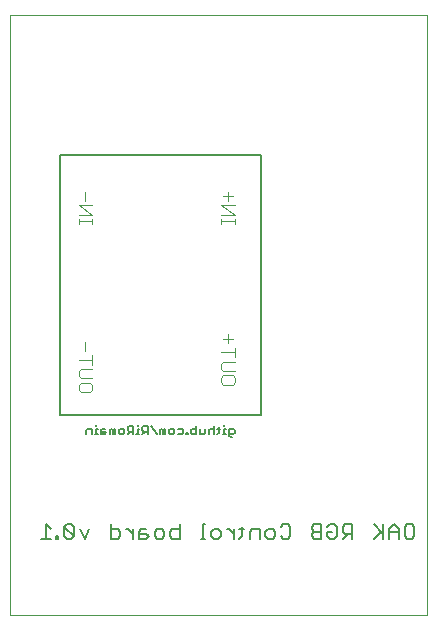
<source format=gbo>
G75*
%MOIN*%
%OFA0B0*%
%FSLAX25Y25*%
%IPPOS*%
%LPD*%
%AMOC8*
5,1,8,0,0,1.08239X$1,22.5*
%
%ADD10C,0.00000*%
%ADD11C,0.00500*%
%ADD12C,0.00800*%
%ADD13C,0.00400*%
D10*
X0001000Y0001000D02*
X0001000Y0200961D01*
X0139701Y0200961D01*
X0139701Y0001000D01*
X0001000Y0001000D01*
D11*
X0026313Y0061250D02*
X0026313Y0062601D01*
X0026763Y0063052D01*
X0028115Y0063052D01*
X0028115Y0061250D01*
X0029178Y0061250D02*
X0030079Y0061250D01*
X0029629Y0061250D02*
X0029629Y0063052D01*
X0030079Y0063052D01*
X0029629Y0063952D02*
X0029629Y0064403D01*
X0031224Y0062601D02*
X0031224Y0061250D01*
X0032575Y0061250D01*
X0033025Y0061700D01*
X0032575Y0062151D01*
X0031224Y0062151D01*
X0031224Y0062601D02*
X0031674Y0063052D01*
X0032575Y0063052D01*
X0034170Y0062601D02*
X0034170Y0061250D01*
X0035071Y0061250D02*
X0035071Y0062601D01*
X0034621Y0063052D01*
X0034170Y0062601D01*
X0035071Y0062601D02*
X0035522Y0063052D01*
X0035972Y0063052D01*
X0035972Y0061250D01*
X0037117Y0061700D02*
X0037117Y0062601D01*
X0037567Y0063052D01*
X0038468Y0063052D01*
X0038919Y0062601D01*
X0038919Y0061700D01*
X0038468Y0061250D01*
X0037567Y0061250D01*
X0037117Y0061700D01*
X0040064Y0061250D02*
X0040964Y0062151D01*
X0040514Y0062151D02*
X0041865Y0062151D01*
X0041865Y0061250D02*
X0041865Y0063952D01*
X0040514Y0063952D01*
X0040064Y0063502D01*
X0040064Y0062601D01*
X0040514Y0062151D01*
X0042929Y0061250D02*
X0043829Y0061250D01*
X0043379Y0061250D02*
X0043379Y0063052D01*
X0043829Y0063052D01*
X0043379Y0063952D02*
X0043379Y0064403D01*
X0044974Y0063502D02*
X0044974Y0062601D01*
X0045425Y0062151D01*
X0046776Y0062151D01*
X0045875Y0062151D02*
X0044974Y0061250D01*
X0044974Y0063502D02*
X0045425Y0063952D01*
X0046776Y0063952D01*
X0046776Y0061250D01*
X0047921Y0063952D02*
X0049722Y0061250D01*
X0050867Y0061250D02*
X0050867Y0062601D01*
X0051318Y0063052D01*
X0051768Y0062601D01*
X0051768Y0061250D01*
X0052669Y0061250D02*
X0052669Y0063052D01*
X0052219Y0063052D01*
X0051768Y0062601D01*
X0053814Y0062601D02*
X0053814Y0061700D01*
X0054264Y0061250D01*
X0055165Y0061250D01*
X0055615Y0061700D01*
X0055615Y0062601D01*
X0055165Y0063052D01*
X0054264Y0063052D01*
X0053814Y0062601D01*
X0056760Y0063052D02*
X0058112Y0063052D01*
X0058562Y0062601D01*
X0058562Y0061700D01*
X0058112Y0061250D01*
X0056760Y0061250D01*
X0059585Y0061250D02*
X0060035Y0061250D01*
X0060035Y0061700D01*
X0059585Y0061700D01*
X0059585Y0061250D01*
X0061180Y0061700D02*
X0061180Y0062601D01*
X0061631Y0063052D01*
X0062982Y0063052D01*
X0062982Y0063952D02*
X0062982Y0061250D01*
X0061631Y0061250D01*
X0061180Y0061700D01*
X0064127Y0061250D02*
X0064127Y0063052D01*
X0065928Y0063052D02*
X0065928Y0061700D01*
X0065478Y0061250D01*
X0064127Y0061250D01*
X0067073Y0061250D02*
X0067073Y0062601D01*
X0067524Y0063052D01*
X0068424Y0063052D01*
X0068875Y0062601D01*
X0069938Y0063052D02*
X0070839Y0063052D01*
X0070389Y0063502D02*
X0070389Y0061700D01*
X0069938Y0061250D01*
X0068875Y0061250D02*
X0068875Y0063952D01*
X0071903Y0061250D02*
X0072803Y0061250D01*
X0072353Y0061250D02*
X0072353Y0063052D01*
X0072803Y0063052D01*
X0072353Y0063952D02*
X0072353Y0064403D01*
X0073948Y0063052D02*
X0073948Y0060800D01*
X0074399Y0060349D01*
X0074849Y0060349D01*
X0075300Y0061250D02*
X0073948Y0061250D01*
X0075300Y0061250D02*
X0075750Y0061700D01*
X0075750Y0062601D01*
X0075300Y0063052D01*
X0073948Y0063052D01*
X0084465Y0067693D02*
X0084465Y0154307D01*
X0017535Y0154307D01*
X0017535Y0067693D01*
X0084465Y0067693D01*
D12*
X0091947Y0031204D02*
X0091146Y0030403D01*
X0091947Y0031204D02*
X0093548Y0031204D01*
X0094349Y0030403D01*
X0094349Y0027201D01*
X0093548Y0026400D01*
X0091947Y0026400D01*
X0091146Y0027201D01*
X0089192Y0027201D02*
X0088392Y0026400D01*
X0086790Y0026400D01*
X0085990Y0027201D01*
X0085990Y0028802D01*
X0086790Y0029603D01*
X0088392Y0029603D01*
X0089192Y0028802D01*
X0089192Y0027201D01*
X0084036Y0026400D02*
X0084036Y0029603D01*
X0081634Y0029603D01*
X0080833Y0028802D01*
X0080833Y0026400D01*
X0078079Y0027201D02*
X0078079Y0030403D01*
X0078880Y0029603D02*
X0077278Y0029603D01*
X0075442Y0029603D02*
X0075442Y0026400D01*
X0075442Y0028001D02*
X0073841Y0029603D01*
X0073040Y0029603D01*
X0071145Y0028802D02*
X0071145Y0027201D01*
X0070344Y0026400D01*
X0068743Y0026400D01*
X0067942Y0027201D01*
X0067942Y0028802D01*
X0068743Y0029603D01*
X0070344Y0029603D01*
X0071145Y0028802D01*
X0065989Y0026400D02*
X0064387Y0026400D01*
X0065188Y0026400D02*
X0065188Y0031204D01*
X0065989Y0031204D01*
X0057395Y0031204D02*
X0057395Y0026400D01*
X0054993Y0026400D01*
X0054192Y0027201D01*
X0054192Y0028802D01*
X0054993Y0029603D01*
X0057395Y0029603D01*
X0052238Y0028802D02*
X0052238Y0027201D01*
X0051438Y0026400D01*
X0049836Y0026400D01*
X0049036Y0027201D01*
X0049036Y0028802D01*
X0049836Y0029603D01*
X0051438Y0029603D01*
X0052238Y0028802D01*
X0047082Y0027201D02*
X0046281Y0028001D01*
X0043879Y0028001D01*
X0043879Y0028802D02*
X0043879Y0026400D01*
X0046281Y0026400D01*
X0047082Y0027201D01*
X0046281Y0029603D02*
X0044680Y0029603D01*
X0043879Y0028802D01*
X0041925Y0028001D02*
X0040324Y0029603D01*
X0039523Y0029603D01*
X0041925Y0029603D02*
X0041925Y0026400D01*
X0037628Y0027201D02*
X0036828Y0026400D01*
X0034426Y0026400D01*
X0034426Y0031204D01*
X0034426Y0029603D02*
X0036828Y0029603D01*
X0037628Y0028802D01*
X0037628Y0027201D01*
X0027316Y0029603D02*
X0025714Y0026400D01*
X0024113Y0029603D01*
X0022159Y0030403D02*
X0022159Y0027201D01*
X0018957Y0030403D01*
X0018957Y0027201D01*
X0019757Y0026400D01*
X0021359Y0026400D01*
X0022159Y0027201D01*
X0022159Y0030403D02*
X0021359Y0031204D01*
X0019757Y0031204D01*
X0018957Y0030403D01*
X0017003Y0027201D02*
X0016202Y0027201D01*
X0016202Y0026400D01*
X0017003Y0026400D01*
X0017003Y0027201D01*
X0014425Y0026400D02*
X0011222Y0026400D01*
X0012823Y0026400D02*
X0012823Y0031204D01*
X0014425Y0029603D01*
X0077278Y0026400D02*
X0078079Y0027201D01*
X0101459Y0027201D02*
X0102260Y0026400D01*
X0104662Y0026400D01*
X0104662Y0031204D01*
X0102260Y0031204D01*
X0101459Y0030403D01*
X0101459Y0029603D01*
X0102260Y0028802D01*
X0104662Y0028802D01*
X0106615Y0028802D02*
X0108217Y0028802D01*
X0106615Y0028802D02*
X0106615Y0027201D01*
X0107416Y0026400D01*
X0109017Y0026400D01*
X0109818Y0027201D01*
X0109818Y0030403D01*
X0109017Y0031204D01*
X0107416Y0031204D01*
X0106615Y0030403D01*
X0102260Y0028802D02*
X0101459Y0028001D01*
X0101459Y0027201D01*
X0111772Y0026400D02*
X0113373Y0028001D01*
X0112572Y0028001D02*
X0114974Y0028001D01*
X0114974Y0026400D02*
X0114974Y0031204D01*
X0112572Y0031204D01*
X0111772Y0030403D01*
X0111772Y0028802D01*
X0112572Y0028001D01*
X0122084Y0026400D02*
X0124487Y0028802D01*
X0125287Y0028001D02*
X0122084Y0031204D01*
X0125287Y0031204D02*
X0125287Y0026400D01*
X0127241Y0026400D02*
X0127241Y0029603D01*
X0128842Y0031204D01*
X0130444Y0029603D01*
X0130444Y0026400D01*
X0132397Y0027201D02*
X0132397Y0030403D01*
X0133198Y0031204D01*
X0134799Y0031204D01*
X0135600Y0030403D01*
X0135600Y0027201D01*
X0134799Y0026400D01*
X0133198Y0026400D01*
X0132397Y0027201D01*
X0130444Y0028802D02*
X0127241Y0028802D01*
D13*
X0075804Y0078552D02*
X0075037Y0077784D01*
X0071967Y0077784D01*
X0071200Y0078552D01*
X0071200Y0080086D01*
X0071967Y0080854D01*
X0075037Y0080854D01*
X0075804Y0080086D01*
X0075804Y0078552D01*
X0075804Y0082388D02*
X0071967Y0082388D01*
X0071200Y0083155D01*
X0071200Y0084690D01*
X0071967Y0085457D01*
X0075804Y0085457D01*
X0075804Y0086992D02*
X0075804Y0090061D01*
X0075804Y0088527D02*
X0071200Y0088527D01*
X0073502Y0091596D02*
X0073502Y0094665D01*
X0075037Y0093131D02*
X0071967Y0093131D01*
X0071200Y0131423D02*
X0071200Y0132957D01*
X0071200Y0132190D02*
X0075804Y0132190D01*
X0075804Y0131423D02*
X0075804Y0132957D01*
X0075804Y0134492D02*
X0071200Y0137561D01*
X0075804Y0137561D01*
X0073502Y0139096D02*
X0073502Y0142165D01*
X0075037Y0140631D02*
X0071967Y0140631D01*
X0071200Y0134492D02*
X0075804Y0134492D01*
X0028304Y0134492D02*
X0023700Y0137561D01*
X0028304Y0137561D01*
X0028304Y0134492D02*
X0023700Y0134492D01*
X0023700Y0132957D02*
X0023700Y0131423D01*
X0023700Y0132190D02*
X0028304Y0132190D01*
X0028304Y0131423D02*
X0028304Y0132957D01*
X0026002Y0139096D02*
X0026002Y0142165D01*
X0026002Y0092165D02*
X0026002Y0089096D01*
X0028304Y0087561D02*
X0028304Y0084492D01*
X0028304Y0082957D02*
X0024467Y0082957D01*
X0023700Y0082190D01*
X0023700Y0080655D01*
X0024467Y0079888D01*
X0028304Y0079888D01*
X0027537Y0078354D02*
X0028304Y0077586D01*
X0028304Y0076052D01*
X0027537Y0075284D01*
X0024467Y0075284D01*
X0023700Y0076052D01*
X0023700Y0077586D01*
X0024467Y0078354D01*
X0027537Y0078354D01*
X0028304Y0086027D02*
X0023700Y0086027D01*
M02*

</source>
